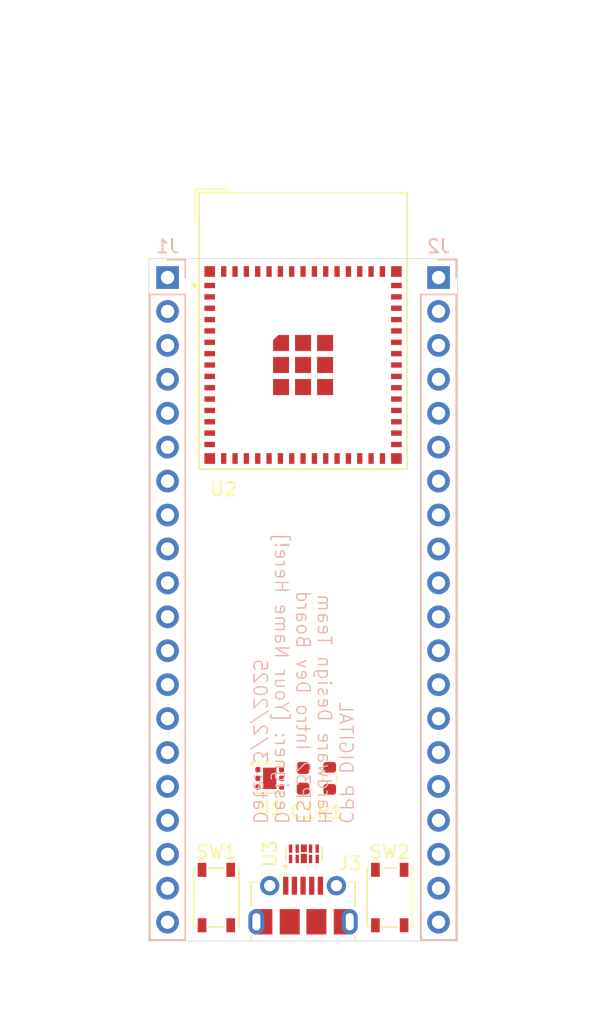
<source format=kicad_pcb>
(kicad_pcb (version 20240108) (generator "pcbnew") (generator_version "8.0")
  (layers (0 "F.Cu" signal) (1 "In1.Cu" signal) (2 "In2.Cu" signal) (31 "B.Cu" signal) (34 "B.Paste" user) (35 "F.Paste" user) (36 "B.SilkS" user "B.Silkscreen") (37 "F.SilkS" user "F.Silkscreen") (38 "B.Mask" user) (39 "F.Mask" user) (44 "Edge.Cuts" user))
  (net 0 "")
  (net 45 "Net-(U3-VSS-Pad3)")
  (net 54 "Net-(U1-GND-Pad3)")
  (net 59 "GND")
  (footprint "Capacitor_SMD:C_0603_1608Metric" (layer "F.Cu") (at 120 110.5 -90)
    (property "Reference" "C1" (at 2.5 0 180) (layer "F.SilkS"))
    (property "Value" "C")
    (fp_line (start -0.14058 0.51) (end 0.14058 0.51) (stroke (width 0.12)) (layer "F.SilkS"))
    (fp_line (start -0.14058 -0.51) (end 0.14058 -0.51) (stroke (width 0.12)) (layer "F.SilkS"))
    (pad "1" smd roundrect (at -0.775 0 270) (size 0.9 0.95) (layers "F.Cu" "F.Paste" "F.Mask"))
    (pad "2" smd roundrect (at 0.775 0 270) (size 0.9 0.95) (layers "F.Cu" "F.Paste" "F.Mask"))
  )
  (footprint "RF_Module:ESP32-S2-MINI-1" (layer "F.Cu") (at 120 77.0075)
    (property "Reference" "U2" (at -5.95 11.85 0) (layer "F.SilkS"))
    (property "Value" "ESP32-S3-MINI-1")
    (fp_line (start -8.075 -10.6) (end -8.075 -8.15) (stroke (width 0.12)) (layer "F.SilkS"))
    (fp_line (start -8.075 -10.6) (end -5.625 -10.6) (stroke (width 0.12)) (layer "F.SilkS"))
    (fp_line (start -7.8 -10.35) (end 7.8 -10.35) (stroke (width 0.12)) (layer "F.SilkS"))
    (fp_line (start -7.8 10.35) (end -7.8 -10.35) (stroke (width 0.12)) (layer "F.SilkS"))
    (fp_line (start 7.8 -10.35) (end 7.8 10.35) (stroke (width 0.12)) (layer "F.SilkS"))
    (fp_line (start 7.8 10.35) (end -7.8 10.35) (stroke (width 0.12)) (layer "F.SilkS"))
    (fp_poly (pts (xy -7.975 -3.4) (xy -8.311 -3.16) (xy -8.311 -3.64) (xy -7.975 -3.4)) (stroke (width 0.12)) (fill solid) (layer "F.SilkS"))
    (pad "1" smd rect (at -7 -3.4) (size 0.8 0.4) (layers "F.Cu" "F.Paste" "F.Mask") (net 59 "GND"))
    (pad "2" smd rect (at -7 -2.55) (size 0.8 0.4) (layers "F.Cu" "F.Paste" "F.Mask") (net 59 "GND"))
    (pad "3" smd rect (at -7 -1.7) (size 0.8 0.4) (layers "F.Cu" "F.Paste" "F.Mask"))
    (pad "4" smd rect (at -7 -0.85) (size 0.8 0.4) (layers "F.Cu" "F.Paste" "F.Mask"))
    (pad "5" smd rect (at -7 0) (size 0.8 0.4) (layers "F.Cu" "F.Paste" "F.Mask"))
    (pad "6" smd rect (at -7 0.85) (size 0.8 0.4) (layers "F.Cu" "F.Paste" "F.Mask"))
    (pad "7" smd rect (at -7 1.7) (size 0.8 0.4) (layers "F.Cu" "F.Paste" "F.Mask"))
    (pad "8" smd rect (at -7 2.55) (size 0.8 0.4) (layers "F.Cu" "F.Paste" "F.Mask"))
    (pad "9" smd rect (at -7 3.4) (size 0.8 0.4) (layers "F.Cu" "F.Paste" "F.Mask"))
    (pad "10" smd rect (at -7 4.25) (size 0.8 0.4) (layers "F.Cu" "F.Paste" "F.Mask"))
    (pad "11" smd rect (at -7 5.1) (size 0.8 0.4) (layers "F.Cu" "F.Paste" "F.Mask"))
    (pad "12" smd rect (at -7 5.95) (size 0.8 0.4) (layers "F.Cu" "F.Paste" "F.Mask"))
    (pad "13" smd rect (at -7 6.8) (size 0.8 0.4) (layers "F.Cu" "F.Paste" "F.Mask"))
    (pad "14" smd rect (at -7 7.65) (size 0.8 0.4) (layers "F.Cu" "F.Paste" "F.Mask"))
    (pad "15" smd rect (at -7 8.5) (size 0.8 0.4) (layers "F.Cu" "F.Paste" "F.Mask"))
    (pad "16" smd rect (at -5.95 9.55 90) (size 0.8 0.4) (layers "F.Cu" "F.Paste" "F.Mask"))
    (pad "17" smd rect (at -5.1 9.55 90) (size 0.8 0.4) (layers "F.Cu" "F.Paste" "F.Mask"))
    (pad "18" smd rect (at -4.25 9.55 90) (size 0.8 0.4) (layers "F.Cu" "F.Paste" "F.Mask"))
    (pad "19" smd rect (at -3.4 9.55 90) (size 0.8 0.4) (layers "F.Cu" "F.Paste" "F.Mask"))
    (pad "20" smd rect (at -2.55 9.55 90) (size 0.8 0.4) (layers "F.Cu" "F.Paste" "F.Mask"))
    (pad "21" smd rect (at -1.7 9.55 90) (size 0.8 0.4) (layers "F.Cu" "F.Paste" "F.Mask"))
    (pad "22" smd rect (at -0.85 9.55 90) (size 0.8 0.4) (layers "F.Cu" "F.Paste" "F.Mask"))
    (pad "23" smd rect (at 0 9.55 90) (size 0.8 0.4) (layers "F.Cu" "F.Paste" "F.Mask"))
    (pad "24" smd rect (at 0.85 9.55 90) (size 0.8 0.4) (layers "F.Cu" "F.Paste" "F.Mask"))
    (pad "25" smd rect (at 1.7 9.55 90) (size 0.8 0.4) (layers "F.Cu" "F.Paste" "F.Mask"))
    (pad "26" smd rect (at 2.55 9.55 90) (size 0.8 0.4) (layers "F.Cu" "F.Paste" "F.Mask"))
    (pad "27" smd rect (at 3.4 9.55 90) (size 0.8 0.4) (layers "F.Cu" "F.Paste" "F.Mask"))
    (pad "28" smd rect (at 4.25 9.55 90) (size 0.8 0.4) (layers "F.Cu" "F.Paste" "F.Mask"))
    (pad "29" smd rect (at 5.1 9.55 90) (size 0.8 0.4) (layers "F.Cu" "F.Paste" "F.Mask"))
    (pad "30" smd rect (at 5.95 9.55 90) (size 0.8 0.4) (layers "F.Cu" "F.Paste" "F.Mask"))
    (pad "31" smd rect (at 7 8.5) (size 0.8 0.4) (layers "F.Cu" "F.Paste" "F.Mask"))
    (pad "32" smd rect (at 7 7.65) (size 0.8 0.4) (layers "F.Cu" "F.Paste" "F.Mask"))
    (pad "33" smd rect (at 7 6.8) (size 0.8 0.4) (layers "F.Cu" "F.Paste" "F.Mask"))
    (pad "34" smd rect (at 7 5.95) (size 0.8 0.4) (layers "F.Cu" "F.Paste" "F.Mask"))
    (pad "35" smd rect (at 7 5.1) (size 0.8 0.4) (layers "F.Cu" "F.Paste" "F.Mask"))
    (pad "36" smd rect (at 7 4.25) (size 0.8 0.4) (layers "F.Cu" "F.Paste" "F.Mask"))
    (pad "37" smd rect (at 7 3.4) (size 0.8 0.4) (layers "F.Cu" "F.Paste" "F.Mask"))
    (pad "38" smd rect (at 7 2.55) (size 0.8 0.4) (layers "F.Cu" "F.Paste" "F.Mask"))
    (pad "39" smd rect (at 7 1.7) (size 0.8 0.4) (layers "F.Cu" "F.Paste" "F.Mask"))
    (pad "40" smd rect (at 7 0.85) (size 0.8 0.4) (layers "F.Cu" "F.Paste" "F.Mask"))
    (pad "41" smd rect (at 7 0) (size 0.8 0.4) (layers "F.Cu" "F.Paste" "F.Mask"))
    (pad "42" smd rect (at 7 -0.85) (size 0.8 0.4) (layers "F.Cu" "F.Paste" "F.Mask") (net 59 "GND"))
    (pad "43" smd rect (at 7 -1.7) (size 0.8 0.4) (layers "F.Cu" "F.Paste" "F.Mask") (net 59 "GND"))
    (pad "44" smd rect (at 7 -2.55) (size 0.8 0.4) (layers "F.Cu" "F.Paste" "F.Mask"))
    (pad "45" smd rect (at 7 -3.4) (size 0.8 0.4) (layers "F.Cu" "F.Paste" "F.Mask"))
    (pad "46" smd rect (at 5.95 -4.45 90) (size 0.8 0.4) (layers "F.Cu" "F.Paste" "F.Mask") (net 59 "GND"))
    (pad "47" smd rect (at 5.1 -4.45 90) (size 0.8 0.4) (layers "F.Cu" "F.Paste" "F.Mask") (net 59 "GND"))
    (pad "48" smd rect (at 4.25 -4.45 90) (size 0.8 0.4) (layers "F.Cu" "F.Paste" "F.Mask") (net 59 "GND"))
    (pad "49" smd rect (at 3.4 -4.45 90) (size 0.8 0.4) (layers "F.Cu" "F.Paste" "F.Mask") (net 59 "GND"))
    (pad "50" smd rect (at 2.55 -4.45 90) (size 0.8 0.4) (layers "F.Cu" "F.Paste" "F.Mask") (net 59 "GND"))
    (pad "51" smd rect (at 1.7 -4.45 90) (size 0.8 0.4) (layers "F.Cu" "F.Paste" "F.Mask") (net 59 "GND"))
    (pad "52" smd rect (at 0.85 -4.45 90) (size 0.8 0.4) (layers "F.Cu" "F.Paste" "F.Mask") (net 59 "GND"))
    (pad "53" smd rect (at 0 -4.45 90) (size 0.8 0.4) (layers "F.Cu" "F.Paste" "F.Mask") (net 59 "GND"))
    (pad "54" smd rect (at -0.85 -4.45 90) (size 0.8 0.4) (layers "F.Cu" "F.Paste" "F.Mask") (net 59 "GND"))
    (pad "55" smd rect (at -1.7 -4.45 90) (size 0.8 0.4) (layers "F.Cu" "F.Paste" "F.Mask") (net 59 "GND"))
    (pad "56" smd rect (at -2.55 -4.45 90) (size 0.8 0.4) (layers "F.Cu" "F.Paste" "F.Mask") (net 59 "GND"))
    (pad "57" smd rect (at -3.4 -4.45 90) (size 0.8 0.4) (layers "F.Cu" "F.Paste" "F.Mask") (net 59 "GND"))
    (pad "58" smd rect (at -4.25 -4.45 90) (size 0.8 0.4) (layers "F.Cu" "F.Paste" "F.Mask") (net 59 "GND"))
    (pad "59" smd rect (at -5.1 -4.45 90) (size 0.8 0.4) (layers "F.Cu" "F.Paste" "F.Mask") (net 59 "GND"))
    (pad "60" smd rect (at -5.95 -4.45 90) (size 0.8 0.4) (layers "F.Cu" "F.Paste" "F.Mask") (net 59 "GND"))
    (pad "61" smd roundrect (at -1.65 0.9) (size 1.2 1.2) (property pad_prop_heatsink) (layers "F.Cu" "F.Paste" "F.Mask") (roundrect_rratio 0) (chamfer_ratio 0.33) (chamfer top_left) (net 59 "GND"))
    (pad "61" smd rect (at -1.65 2.55) (size 1.2 1.2) (property pad_prop_heatsink) (layers "F.Cu" "F.Paste" "F.Mask") (net 59 "GND"))
    (pad "61" smd rect (at -1.65 4.2) (size 1.2 1.2) (property pad_prop_heatsink) (layers "F.Cu" "F.Paste" "F.Mask") (net 59 "GND"))
    (pad "61" smd rect (at 0 0.9) (size 1.2 1.2) (property pad_prop_heatsink) (layers "F.Cu" "F.Paste" "F.Mask") (net 59 "GND"))
    (pad "61" smd rect (at 0 2.55) (size 1.2 1.2) (property pad_prop_heatsink) (layers "F.Cu" "F.Paste" "F.Mask") (net 59 "GND"))
    (pad "61" smd rect (at 0 4.2) (size 1.2 1.2) (property pad_prop_heatsink) (layers "F.Cu" "F.Paste" "F.Mask") (net 59 "GND"))
    (pad "61" smd rect (at 1.65 0.9) (size 1.2 1.2) (property pad_prop_heatsink) (layers "F.Cu" "F.Paste" "F.Mask") (net 59 "GND"))
    (pad "61" smd rect (at 1.65 2.55) (size 1.2 1.2) (property pad_prop_heatsink) (layers "F.Cu" "F.Paste" "F.Mask") (net 59 "GND"))
    (pad "61" smd rect (at 1.65 4.2) (size 1.2 1.2) (property pad_prop_heatsink) (layers "F.Cu" "F.Paste" "F.Mask") (net 59 "GND"))
    (pad "62" smd rect (at -7 -4.45) (size 0.8 0.8) (layers "F.Cu" "F.Paste" "F.Mask") (net 59 "GND"))
    (pad "63" smd rect (at -7 9.55) (size 0.8 0.8) (layers "F.Cu" "F.Paste" "F.Mask") (net 59 "GND"))
    (pad "64" smd rect (at 7 9.55) (size 0.8 0.8) (layers "F.Cu" "F.Paste" "F.Mask") (net 59 "GND"))
    (pad "65" smd rect (at 7 -4.45) (size 0.8 0.8) (layers "F.Cu" "F.Paste" "F.Mask") (net 59 "GND"))
  )
  (footprint "Package_SON:WSON-6-1EP_2x2mm_P0.65mm_EP1x1.6mm" (layer "F.Cu") (at 117.5 110.5)
    (property "Reference" "U1" (at 0 2.225 0) (layer "F.SilkS"))
    (property "Value" "TLV75801PDRV")
    (fp_line (start -1 -1.11) (end 1 -1.11) (stroke (width 0.12)) (layer "F.SilkS"))
    (fp_line (start -1 1.11) (end 1 1.11) (stroke (width 0.12)) (layer "F.SilkS"))
    (fp_poly (pts (xy -1.24 -1.01) (xy -1.52 -1.01) (xy -1.24 -1.29) (xy -1.24 -1.01)) (stroke (width 0.12)) (fill solid) (layer "F.SilkS"))
    (pad "1" smd roundrect (at -0.8875 -0.65) (size 0.375 0.4) (layers "F.Cu" "F.Paste" "F.Mask"))
    (pad "2" smd roundrect (at -0.8875 0) (size 0.375 0.4) (layers "F.Cu" "F.Paste" "F.Mask"))
    (pad "3" smd roundrect (at -0.8875 0.65) (size 0.375 0.4) (layers "F.Cu" "F.Paste" "F.Mask") (net 54 "Net-(U1-GND-Pad3)"))
    (pad "4" smd roundrect (at 0.8875 0.65) (size 0.375 0.4) (layers "F.Cu" "F.Paste" "F.Mask"))
    (pad "5" smd roundrect (at 0.8875 0) (size 0.375 0.4) (layers "F.Cu" "F.Paste" "F.Mask"))
    (pad "6" smd roundrect (at 0.8875 -0.65) (size 0.375 0.4) (layers "F.Cu" "F.Paste" "F.Mask"))
    (pad "7" smd rect (at 0 0) (size 1 1.6) (property pad_prop_heatsink) (layers "F.Cu" "F.Mask") (net 54 "Net-(U1-GND-Pad3)"))
  )
  (footprint "Resistor_SMD:R_0603_1608Metric" (layer "F.Cu") (at 122 110.5 90)
    (property "Reference" "R1" (at -2.5 0 180) (layer "F.SilkS"))
    (property "Value" "R")
    (fp_line (start -0.237258 -0.5225) (end 0.237258 -0.5225) (stroke (width 0.12)) (layer "F.SilkS"))
    (fp_line (start -0.237258 0.5225) (end 0.237258 0.5225) (stroke (width 0.12)) (layer "F.SilkS"))
    (pad "1" smd roundrect (at -0.825 0 90) (size 0.8 0.95) (layers "F.Cu" "F.Paste" "F.Mask"))
    (pad "2" smd roundrect (at 0.825 0 90) (size 0.8 0.95) (layers "F.Cu" "F.Paste" "F.Mask"))
  )
  (footprint "Button_Switch_SMD:SW_SPST_PTS810" (layer "F.Cu") (at 113.5 119.425 90)
    (property "Reference" "SW1" (at 3.425 0 180) (layer "F.SilkS"))
    (property "Value" "SW_MEC_5E")
    (fp_line (start 2.2 -1.7) (end -2.2 -1.7) (stroke (width 0.12)) (layer "F.SilkS"))
    (fp_line (start -2.2 -1.7) (end -2.2 -1.58) (stroke (width 0.12)) (layer "F.SilkS"))
    (fp_line (start 2.2 -1.58) (end 2.2 -1.7) (stroke (width 0.12)) (layer "F.SilkS"))
    (fp_line (start -2.2 -0.57) (end -2.2 0.57) (stroke (width 0.12)) (layer "F.SilkS"))
    (fp_line (start 2.2 0.57) (end 2.2 -0.57) (stroke (width 0.12)) (layer "F.SilkS"))
    (fp_line (start -2.2 1.58) (end -2.2 1.7) (stroke (width 0.12)) (layer "F.SilkS"))
    (fp_line (start 2.2 1.7) (end 2.2 1.58) (stroke (width 0.12)) (layer "F.SilkS"))
    (fp_line (start -2.2 1.7) (end 2.2 1.7) (stroke (width 0.12)) (layer "F.SilkS"))
    (pad "1" smd rect (at -2.075 -1.075 90) (size 1.05 0.65) (layers "F.Cu" "F.Paste" "F.Mask"))
    (pad "2" smd rect (at 2.075 -1.075 90) (size 1.05 0.65) (layers "F.Cu" "F.Paste" "F.Mask"))
    (pad "3" smd rect (at -2.075 1.075 90) (size 1.05 0.65) (layers "F.Cu" "F.Paste" "F.Mask"))
    (pad "4" smd rect (at 2.075 1.075 90) (size 1.05 0.65) (layers "F.Cu" "F.Paste" "F.Mask"))
  )
  (footprint "Package_DFN_QFN:Diodes_UDFN-10_1.0x2.5mm_P0.5mm" (layer "F.Cu") (at 120.0625 116.15 90)
    (property "Reference" "U3" (at 0 -2.54 90) (layer "F.SilkS"))
    (property "Value" "D3V3XA4B10LP")
    (fp_line (start 0.5 -1.36) (end -0.5 -1.36) (stroke (width 0.12)) (layer "F.SilkS"))
    (fp_line (start 0.5 1.36) (end -0.5 1.36) (stroke (width 0.12)) (layer "F.SilkS"))
    (fp_poly (pts (xy -0.89 -1.31) (xy -1.17 -1.31) (xy -0.89 -1.59) (xy -0.89 -1.31)) (stroke (width 0.12)) (fill solid) (layer "F.SilkS"))
    (pad "1" smd rect (at -0.3875 -1) (size 0.25 0.625) (layers "F.Cu" "F.Paste" "F.Mask"))
    (pad "2" smd rect (at -0.3875 -0.5) (size 0.25 0.625) (layers "F.Cu" "F.Paste" "F.Mask"))
    (pad "3" smd rect (at -0.35 0) (size 0.45 0.7) (layers "F.Cu" "F.Paste" "F.Mask") (net 45 "Net-(U3-VSS-Pad3)"))
    (pad "4" smd rect (at -0.3875 0.5) (size 0.25 0.625) (layers "F.Cu" "F.Paste" "F.Mask"))
    (pad "5" smd rect (at -0.3875 1) (size 0.25 0.625) (layers "F.Cu" "F.Paste" "F.Mask"))
    (pad "6" smd rect (at 0.3875 1) (size 0.25 0.625) (layers "F.Cu" "F.Paste" "F.Mask"))
    (pad "7" smd rect (at 0.3875 0.5) (size 0.25 0.625) (layers "F.Cu" "F.Paste" "F.Mask"))
    (pad "8" smd rect (at 0.4125 0) (size 0.45 0.575) (layers "F.Cu" "F.Paste" "F.Mask") (net 45 "Net-(U3-VSS-Pad3)"))
    (pad "9" smd rect (at 0.3875 -0.5) (size 0.25 0.625) (layers "F.Cu" "F.Paste" "F.Mask"))
    (pad "10" smd rect (at 0.3875 -1) (size 0.25 0.625) (layers "F.Cu" "F.Paste" "F.Mask"))
  )
  (footprint "Button_Switch_SMD:SW_SPST_PTS810" (layer "F.Cu") (at 126.5 119.425 90)
    (property "Reference" "SW2" (at 3.425 0 180) (layer "F.SilkS"))
    (property "Value" "SW_MEC_5E")
    (fp_line (start 2.2 -1.7) (end -2.2 -1.7) (stroke (width 0.12)) (layer "F.SilkS"))
    (fp_line (start -2.2 -1.7) (end -2.2 -1.58) (stroke (width 0.12)) (layer "F.SilkS"))
    (fp_line (start 2.2 -1.58) (end 2.2 -1.7) (stroke (width 0.12)) (layer "F.SilkS"))
    (fp_line (start -2.2 -0.57) (end -2.2 0.57) (stroke (width 0.12)) (layer "F.SilkS"))
    (fp_line (start 2.2 0.57) (end 2.2 -0.57) (stroke (width 0.12)) (layer "F.SilkS"))
    (fp_line (start -2.2 1.58) (end -2.2 1.7) (stroke (width 0.12)) (layer "F.SilkS"))
    (fp_line (start 2.2 1.7) (end 2.2 1.58) (stroke (width 0.12)) (layer "F.SilkS"))
    (fp_line (start -2.2 1.7) (end 2.2 1.7) (stroke (width 0.12)) (layer "F.SilkS"))
    (pad "1" smd rect (at -2.075 -1.075 90) (size 1.05 0.65) (layers "F.Cu" "F.Paste" "F.Mask"))
    (pad "2" smd rect (at 2.075 -1.075 90) (size 1.05 0.65) (layers "F.Cu" "F.Paste" "F.Mask"))
    (pad "3" smd rect (at -2.075 1.075 90) (size 1.05 0.65) (layers "F.Cu" "F.Paste" "F.Mask"))
    (pad "4" smd rect (at 2.075 1.075 90) (size 1.05 0.65) (layers "F.Cu" "F.Paste" "F.Mask"))
  )
  (footprint "Connector_USB:USB_Micro-B_Molex-105017-0001" (layer "F.Cu") (at 120 120)
    (property "Reference" "J3" (at 3.5 -3.1125 0) (layer "F.SilkS"))
    (property "Value" "USB_B_Micro")
    (fp_line (start -3.9 -1.7625) (end -3.45 -1.7625) (stroke (width 0.12)) (layer "F.SilkS"))
    (fp_line (start -3.9 0.0875) (end -3.9 -1.7625) (stroke (width 0.12)) (layer "F.SilkS"))
    (fp_line (start -3.9 2.6375) (end -3.9 2.3875) (stroke (width 0.12)) (layer "F.SilkS"))
    (fp_line (start -1.7 -2.3125) (end -1.7 -1.8625) (stroke (width 0.12)) (layer "F.SilkS"))
    (fp_line (start -1.7 -2.3125) (end -1.25 -2.3125) (stroke (width 0.12)) (layer "F.SilkS"))
    (fp_line (start 3.9 -1.7625) (end 3.45 -1.7625) (stroke (width 0.12)) (layer "F.SilkS"))
    (fp_line (start 3.9 0.0875) (end 3.9 -1.7625) (stroke (width 0.12)) (layer "F.SilkS"))
    (fp_line (start 3.9 2.6375) (end 3.9 2.3875) (stroke (width 0.12)) (layer "F.SilkS"))
    (pad "1" smd rect (at -1.3 -1.4625) (size 0.4 1.35) (layers "F.Cu" "F.Paste" "F.Mask"))
    (pad "2" smd rect (at -0.65 -1.4625) (size 0.4 1.35) (layers "F.Cu" "F.Paste" "F.Mask"))
    (pad "3" smd rect (at 0 -1.4625) (size 0.4 1.35) (layers "F.Cu" "F.Paste" "F.Mask"))
    (pad "4" smd rect (at 0.65 -1.4625) (size 0.4 1.35) (layers "F.Cu" "F.Paste" "F.Mask"))
    (pad "5" smd rect (at 1.3 -1.4625) (size 0.4 1.35) (layers "F.Cu" "F.Paste" "F.Mask"))
    (pad "6" thru_hole oval (at -3.5 1.2375 180) (size 1.2 1.9) (drill oval 0.6 1.3) (property pad_prop_heatsink) (layers "*.Cu" "*.Mask" "In1.Cu" "In2.Cu" "In3.Cu" "In4.Cu" "In5.Cu" "In6.Cu" "In7.Cu" "In8.Cu" "In9.Cu" "In10.Cu" "In11.Cu" "In12.Cu" "In13.Cu" "In14.Cu" "In15.Cu" "In16.Cu" "In17.Cu" "In18.Cu" "In19.Cu" "In20.Cu" "In21.Cu" "In22.Cu" "In23.Cu" "In24.Cu" "In25.Cu" "In26.Cu" "In27.Cu" "In28.Cu" "In29.Cu" "In30.Cu"))
    (pad "6" smd rect (at -2.9 1.2375) (size 1.2 1.9) (layers "F.Cu" "F.Mask"))
    (pad "6" thru_hole circle (at -2.5 -1.4625) (size 1.45 1.45) (drill 0.85) (property pad_prop_heatsink) (layers "*.Cu" "*.Mask" "In1.Cu" "In2.Cu" "In3.Cu" "In4.Cu" "In5.Cu" "In6.Cu" "In7.Cu" "In8.Cu" "In9.Cu" "In10.Cu" "In11.Cu" "In12.Cu" "In13.Cu" "In14.Cu" "In15.Cu" "In16.Cu" "In17.Cu" "In18.Cu" "In19.Cu" "In20.Cu" "In21.Cu" "In22.Cu" "In23.Cu" "In24.Cu" "In25.Cu" "In26.Cu" "In27.Cu" "In28.Cu" "In29.Cu" "In30.Cu"))
    (pad "6" smd rect (at -1 1.2375) (size 1.5 1.9) (layers "F.Cu" "F.Paste" "F.Mask"))
    (pad "6" smd rect (at 1 1.2375) (size 1.5 1.9) (layers "F.Cu" "F.Paste" "F.Mask"))
    (pad "6" thru_hole circle (at 2.5 -1.4625) (size 1.45 1.45) (drill 0.85) (property pad_prop_heatsink) (layers "*.Cu" "*.Mask" "In1.Cu" "In2.Cu" "In3.Cu" "In4.Cu" "In5.Cu" "In6.Cu" "In7.Cu" "In8.Cu" "In9.Cu" "In10.Cu" "In11.Cu" "In12.Cu" "In13.Cu" "In14.Cu" "In15.Cu" "In16.Cu" "In17.Cu" "In18.Cu" "In19.Cu" "In20.Cu" "In21.Cu" "In22.Cu" "In23.Cu" "In24.Cu" "In25.Cu" "In26.Cu" "In27.Cu" "In28.Cu" "In29.Cu" "In30.Cu"))
    (pad "6" smd rect (at 2.9 1.2375) (size 1.2 1.9) (layers "F.Cu" "F.Mask"))
    (pad "6" thru_hole oval (at 3.5 1.2375) (size 1.2 1.9) (drill oval 0.6 1.3) (property pad_prop_heatsink) (layers "*.Cu" "*.Mask" "In1.Cu" "In2.Cu" "In3.Cu" "In4.Cu" "In5.Cu" "In6.Cu" "In7.Cu" "In8.Cu" "In9.Cu" "In10.Cu" "In11.Cu" "In12.Cu" "In13.Cu" "In14.Cu" "In15.Cu" "In16.Cu" "In17.Cu" "In18.Cu" "In19.Cu" "In20.Cu" "In21.Cu" "In22.Cu" "In23.Cu" "In24.Cu" "In25.Cu" "In26.Cu" "In27.Cu" "In28.Cu" "In29.Cu" "In30.Cu"))
  )
  (footprint "Connector_PinHeader_2.54mm:PinHeader_1x20_P2.54mm_Vertical" (layer "B.Cu") (at 109.84 73.0075 180)
    (property "Reference" "J1" (at 0 2.33 0) (layer "B.SilkS") (effects (justify mirror)))
    (property "Value" "Conn_01x20_Pin")
    (fp_line (start 1.33 -1.27) (end -1.33 -1.27) (stroke (width 0.12)) (layer "B.SilkS"))
    (fp_line (start 1.33 -49.59) (end 1.33 -1.27) (stroke (width 0.12)) (layer "B.SilkS"))
    (fp_line (start 1.33 -49.59) (end -1.33 -49.59) (stroke (width 0.12)) (layer "B.SilkS"))
    (fp_line (start 0 1.33) (end -1.33 1.33) (stroke (width 0.12)) (layer "B.SilkS"))
    (fp_line (start -1.33 1.33) (end -1.33 0) (stroke (width 0.12)) (layer "B.SilkS"))
    (fp_line (start -1.33 -49.59) (end -1.33 -1.27) (stroke (width 0.12)) (layer "B.SilkS"))
    (pad "1" thru_hole rect (at 0 0 180) (size 1.7 1.7) (drill 1) (layers "*.Cu" "*.Mask" "In1.Cu" "In2.Cu" "In3.Cu" "In4.Cu" "In5.Cu" "In6.Cu" "In7.Cu" "In8.Cu" "In9.Cu" "In10.Cu" "In11.Cu" "In12.Cu" "In13.Cu" "In14.Cu" "In15.Cu" "In16.Cu" "In17.Cu" "In18.Cu" "In19.Cu" "In20.Cu" "In21.Cu" "In22.Cu" "In23.Cu" "In24.Cu" "In25.Cu" "In26.Cu" "In27.Cu" "In28.Cu" "In29.Cu" "In30.Cu"))
    (pad "2" thru_hole oval (at 0 -2.54 180) (size 1.7 1.7) (drill 1) (layers "*.Cu" "*.Mask" "In1.Cu" "In2.Cu" "In3.Cu" "In4.Cu" "In5.Cu" "In6.Cu" "In7.Cu" "In8.Cu" "In9.Cu" "In10.Cu" "In11.Cu" "In12.Cu" "In13.Cu" "In14.Cu" "In15.Cu" "In16.Cu" "In17.Cu" "In18.Cu" "In19.Cu" "In20.Cu" "In21.Cu" "In22.Cu" "In23.Cu" "In24.Cu" "In25.Cu" "In26.Cu" "In27.Cu" "In28.Cu" "In29.Cu" "In30.Cu"))
    (pad "3" thru_hole oval (at 0 -5.08 180) (size 1.7 1.7) (drill 1) (layers "*.Cu" "*.Mask" "In1.Cu" "In2.Cu" "In3.Cu" "In4.Cu" "In5.Cu" "In6.Cu" "In7.Cu" "In8.Cu" "In9.Cu" "In10.Cu" "In11.Cu" "In12.Cu" "In13.Cu" "In14.Cu" "In15.Cu" "In16.Cu" "In17.Cu" "In18.Cu" "In19.Cu" "In20.Cu" "In21.Cu" "In22.Cu" "In23.Cu" "In24.Cu" "In25.Cu" "In26.Cu" "In27.Cu" "In28.Cu" "In29.Cu" "In30.Cu"))
    (pad "4" thru_hole oval (at 0 -7.62 180) (size 1.7 1.7) (drill 1) (layers "*.Cu" "*.Mask" "In1.Cu" "In2.Cu" "In3.Cu" "In4.Cu" "In5.Cu" "In6.Cu" "In7.Cu" "In8.Cu" "In9.Cu" "In10.Cu" "In11.Cu" "In12.Cu" "In13.Cu" "In14.Cu" "In15.Cu" "In16.Cu" "In17.Cu" "In18.Cu" "In19.Cu" "In20.Cu" "In21.Cu" "In22.Cu" "In23.Cu" "In24.Cu" "In25.Cu" "In26.Cu" "In27.Cu" "In28.Cu" "In29.Cu" "In30.Cu"))
    (pad "5" thru_hole oval (at 0 -10.16 180) (size 1.7 1.7) (drill 1) (layers "*.Cu" "*.Mask" "In1.Cu" "In2.Cu" "In3.Cu" "In4.Cu" "In5.Cu" "In6.Cu" "In7.Cu" "In8.Cu" "In9.Cu" "In10.Cu" "In11.Cu" "In12.Cu" "In13.Cu" "In14.Cu" "In15.Cu" "In16.Cu" "In17.Cu" "In18.Cu" "In19.Cu" "In20.Cu" "In21.Cu" "In22.Cu" "In23.Cu" "In24.Cu" "In25.Cu" "In26.Cu" "In27.Cu" "In28.Cu" "In29.Cu" "In30.Cu"))
    (pad "6" thru_hole oval (at 0 -12.7 180) (size 1.7 1.7) (drill 1) (layers "*.Cu" "*.Mask" "In1.Cu" "In2.Cu" "In3.Cu" "In4.Cu" "In5.Cu" "In6.Cu" "In7.Cu" "In8.Cu" "In9.Cu" "In10.Cu" "In11.Cu" "In12.Cu" "In13.Cu" "In14.Cu" "In15.Cu" "In16.Cu" "In17.Cu" "In18.Cu" "In19.Cu" "In20.Cu" "In21.Cu" "In22.Cu" "In23.Cu" "In24.Cu" "In25.Cu" "In26.Cu" "In27.Cu" "In28.Cu" "In29.Cu" "In30.Cu"))
    (pad "7" thru_hole oval (at 0 -15.24 180) (size 1.7 1.7) (drill 1) (layers "*.Cu" "*.Mask" "In1.Cu" "In2.Cu" "In3.Cu" "In4.Cu" "In5.Cu" "In6.Cu" "In7.Cu" "In8.Cu" "In9.Cu" "In10.Cu" "In11.Cu" "In12.Cu" "In13.Cu" "In14.Cu" "In15.Cu" "In16.Cu" "In17.Cu" "In18.Cu" "In19.Cu" "In20.Cu" "In21.Cu" "In22.Cu" "In23.Cu" "In24.Cu" "In25.Cu" "In26.Cu" "In27.Cu" "In28.Cu" "In29.Cu" "In30.Cu"))
    (pad "8" thru_hole oval (at 0 -17.78 180) (size 1.7 1.7) (drill 1) (layers "*.Cu" "*.Mask" "In1.Cu" "In2.Cu" "In3.Cu" "In4.Cu" "In5.Cu" "In6.Cu" "In7.Cu" "In8.Cu" "In9.Cu" "In10.Cu" "In11.Cu" "In12.Cu" "In13.Cu" "In14.Cu" "In15.Cu" "In16.Cu" "In17.Cu" "In18.Cu" "In19.Cu" "In20.Cu" "In21.Cu" "In22.Cu" "In23.Cu" "In24.Cu" "In25.Cu" "In26.Cu" "In27.Cu" "In28.Cu" "In29.Cu" "In30.Cu"))
    (pad "9" thru_hole oval (at 0 -20.32 180) (size 1.7 1.7) (drill 1) (layers "*.Cu" "*.Mask" "In1.Cu" "In2.Cu" "In3.Cu" "In4.Cu" "In5.Cu" "In6.Cu" "In7.Cu" "In8.Cu" "In9.Cu" "In10.Cu" "In11.Cu" "In12.Cu" "In13.Cu" "In14.Cu" "In15.Cu" "In16.Cu" "In17.Cu" "In18.Cu" "In19.Cu" "In20.Cu" "In21.Cu" "In22.Cu" "In23.Cu" "In24.Cu" "In25.Cu" "In26.Cu" "In27.Cu" "In28.Cu" "In29.Cu" "In30.Cu"))
    (pad "10" thru_hole oval (at 0 -22.86 180) (size 1.7 1.7) (drill 1) (layers "*.Cu" "*.Mask" "In1.Cu" "In2.Cu" "In3.Cu" "In4.Cu" "In5.Cu" "In6.Cu" "In7.Cu" "In8.Cu" "In9.Cu" "In10.Cu" "In11.Cu" "In12.Cu" "In13.Cu" "In14.Cu" "In15.Cu" "In16.Cu" "In17.Cu" "In18.Cu" "In19.Cu" "In20.Cu" "In21.Cu" "In22.Cu" "In23.Cu" "In24.Cu" "In25.Cu" "In26.Cu" "In27.Cu" "In28.Cu" "In29.Cu" "In30.Cu"))
    (pad "11" thru_hole oval (at 0 -25.4 180) (size 1.7 1.7) (drill 1) (layers "*.Cu" "*.Mask" "In1.Cu" "In2.Cu" "In3.Cu" "In4.Cu" "In5.Cu" "In6.Cu" "In7.Cu" "In8.Cu" "In9.Cu" "In10.Cu" "In11.Cu" "In12.Cu" "In13.Cu" "In14.Cu" "In15.Cu" "In16.Cu" "In17.Cu" "In18.Cu" "In19.Cu" "In20.Cu" "In21.Cu" "In22.Cu" "In23.Cu" "In24.Cu" "In25.Cu" "In26.Cu" "In27.Cu" "In28.Cu" "In29.Cu" "In30.Cu"))
    (pad "12" thru_hole oval (at 0 -27.94 180) (size 1.7 1.7) (drill 1) (layers "*.Cu" "*.Mask" "In1.Cu" "In2.Cu" "In3.Cu" "In4.Cu" "In5.Cu" "In6.Cu" "In7.Cu" "In8.Cu" "In9.Cu" "In10.Cu" "In11.Cu" "In12.Cu" "In13.Cu" "In14.Cu" "In15.Cu" "In16.Cu" "In17.Cu" "In18.Cu" "In19.Cu" "In20.Cu" "In21.Cu" "In22.Cu" "In23.Cu" "In24.Cu" "In25.Cu" "In26.Cu" "In27.Cu" "In28.Cu" "In29.Cu" "In30.Cu"))
    (pad "13" thru_hole oval (at 0 -30.48 180) (size 1.7 1.7) (drill 1) (layers "*.Cu" "*.Mask" "In1.Cu" "In2.Cu" "In3.Cu" "In4.Cu" "In5.Cu" "In6.Cu" "In7.Cu" "In8.Cu" "In9.Cu" "In10.Cu" "In11.Cu" "In12.Cu" "In13.Cu" "In14.Cu" "In15.Cu" "In16.Cu" "In17.Cu" "In18.Cu" "In19.Cu" "In20.Cu" "In21.Cu" "In22.Cu" "In23.Cu" "In24.Cu" "In25.Cu" "In26.Cu" "In27.Cu" "In28.Cu" "In29.Cu" "In30.Cu"))
    (pad "14" thru_hole oval (at 0 -33.02 180) (size 1.7 1.7) (drill 1) (layers "*.Cu" "*.Mask" "In1.Cu" "In2.Cu" "In3.Cu" "In4.Cu" "In5.Cu" "In6.Cu" "In7.Cu" "In8.Cu" "In9.Cu" "In10.Cu" "In11.Cu" "In12.Cu" "In13.Cu" "In14.Cu" "In15.Cu" "In16.Cu" "In17.Cu" "In18.Cu" "In19.Cu" "In20.Cu" "In21.Cu" "In22.Cu" "In23.Cu" "In24.Cu" "In25.Cu" "In26.Cu" "In27.Cu" "In28.Cu" "In29.Cu" "In30.Cu"))
    (pad "15" thru_hole oval (at 0 -35.56 180) (size 1.7 1.7) (drill 1) (layers "*.Cu" "*.Mask" "In1.Cu" "In2.Cu" "In3.Cu" "In4.Cu" "In5.Cu" "In6.Cu" "In7.Cu" "In8.Cu" "In9.Cu" "In10.Cu" "In11.Cu" "In12.Cu" "In13.Cu" "In14.Cu" "In15.Cu" "In16.Cu" "In17.Cu" "In18.Cu" "In19.Cu" "In20.Cu" "In21.Cu" "In22.Cu" "In23.Cu" "In24.Cu" "In25.Cu" "In26.Cu" "In27.Cu" "In28.Cu" "In29.Cu" "In30.Cu"))
    (pad "16" thru_hole oval (at 0 -38.1 180) (size 1.7 1.7) (drill 1) (layers "*.Cu" "*.Mask" "In1.Cu" "In2.Cu" "In3.Cu" "In4.Cu" "In5.Cu" "In6.Cu" "In7.Cu" "In8.Cu" "In9.Cu" "In10.Cu" "In11.Cu" "In12.Cu" "In13.Cu" "In14.Cu" "In15.Cu" "In16.Cu" "In17.Cu" "In18.Cu" "In19.Cu" "In20.Cu" "In21.Cu" "In22.Cu" "In23.Cu" "In24.Cu" "In25.Cu" "In26.Cu" "In27.Cu" "In28.Cu" "In29.Cu" "In30.Cu"))
    (pad "17" thru_hole oval (at 0 -40.64 180) (size 1.7 1.7) (drill 1) (layers "*.Cu" "*.Mask" "In1.Cu" "In2.Cu" "In3.Cu" "In4.Cu" "In5.Cu" "In6.Cu" "In7.Cu" "In8.Cu" "In9.Cu" "In10.Cu" "In11.Cu" "In12.Cu" "In13.Cu" "In14.Cu" "In15.Cu" "In16.Cu" "In17.Cu" "In18.Cu" "In19.Cu" "In20.Cu" "In21.Cu" "In22.Cu" "In23.Cu" "In24.Cu" "In25.Cu" "In26.Cu" "In27.Cu" "In28.Cu" "In29.Cu" "In30.Cu"))
    (pad "18" thru_hole oval (at 0 -43.18 180) (size 1.7 1.7) (drill 1) (layers "*.Cu" "*.Mask" "In1.Cu" "In2.Cu" "In3.Cu" "In4.Cu" "In5.Cu" "In6.Cu" "In7.Cu" "In8.Cu" "In9.Cu" "In10.Cu" "In11.Cu" "In12.Cu" "In13.Cu" "In14.Cu" "In15.Cu" "In16.Cu" "In17.Cu" "In18.Cu" "In19.Cu" "In20.Cu" "In21.Cu" "In22.Cu" "In23.Cu" "In24.Cu" "In25.Cu" "In26.Cu" "In27.Cu" "In28.Cu" "In29.Cu" "In30.Cu"))
    (pad "19" thru_hole oval (at 0 -45.72 180) (size 1.7 1.7) (drill 1) (layers "*.Cu" "*.Mask" "In1.Cu" "In2.Cu" "In3.Cu" "In4.Cu" "In5.Cu" "In6.Cu" "In7.Cu" "In8.Cu" "In9.Cu" "In10.Cu" "In11.Cu" "In12.Cu" "In13.Cu" "In14.Cu" "In15.Cu" "In16.Cu" "In17.Cu" "In18.Cu" "In19.Cu" "In20.Cu" "In21.Cu" "In22.Cu" "In23.Cu" "In24.Cu" "In25.Cu" "In26.Cu" "In27.Cu" "In28.Cu" "In29.Cu" "In30.Cu"))
    (pad "20" thru_hole oval (at 0 -48.26 180) (size 1.7 1.7) (drill 1) (layers "*.Cu" "*.Mask" "In1.Cu" "In2.Cu" "In3.Cu" "In4.Cu" "In5.Cu" "In6.Cu" "In7.Cu" "In8.Cu" "In9.Cu" "In10.Cu" "In11.Cu" "In12.Cu" "In13.Cu" "In14.Cu" "In15.Cu" "In16.Cu" "In17.Cu" "In18.Cu" "In19.Cu" "In20.Cu" "In21.Cu" "In22.Cu" "In23.Cu" "In24.Cu" "In25.Cu" "In26.Cu" "In27.Cu" "In28.Cu" "In29.Cu" "In30.Cu"))
  )
  (footprint "Connector_PinHeader_2.54mm:PinHeader_1x20_P2.54mm_Vertical" (layer "B.Cu") (at 130.16 73.0075 180)
    (property "Reference" "J2" (at 0 2.33 0) (layer "B.SilkS") (effects (justify mirror)))
    (property "Value" "Conn_01x20_Pin")
    (fp_line (start 1.33 -1.27) (end -1.33 -1.27) (stroke (width 0.12)) (layer "B.SilkS"))
    (fp_line (start 1.33 -49.59) (end 1.33 -1.27) (stroke (width 0.12)) (layer "B.SilkS"))
    (fp_line (start 1.33 -49.59) (end -1.33 -49.59) (stroke (width 0.12)) (layer "B.SilkS"))
    (fp_line (start 0 1.33) (end -1.33 1.33) (stroke (width 0.12)) (layer "B.SilkS"))
    (fp_line (start -1.33 1.33) (end -1.33 0) (stroke (width 0.12)) (layer "B.SilkS"))
    (fp_line (start -1.33 -49.59) (end -1.33 -1.27) (stroke (width 0.12)) (layer "B.SilkS"))
    (pad "1" thru_hole rect (at 0 0 180) (size 1.7 1.7) (drill 1) (layers "*.Cu" "*.Mask" "In1.Cu" "In2.Cu" "In3.Cu" "In4.Cu" "In5.Cu" "In6.Cu" "In7.Cu" "In8.Cu" "In9.Cu" "In10.Cu" "In11.Cu" "In12.Cu" "In13.Cu" "In14.Cu" "In15.Cu" "In16.Cu" "In17.Cu" "In18.Cu" "In19.Cu" "In20.Cu" "In21.Cu" "In22.Cu" "In23.Cu" "In24.Cu" "In25.Cu" "In26.Cu" "In27.Cu" "In28.Cu" "In29.Cu" "In30.Cu"))
    (pad "2" thru_hole oval (at 0 -2.54 180) (size 1.7 1.7) (drill 1) (layers "*.Cu" "*.Mask" "In1.Cu" "In2.Cu" "In3.Cu" "In4.Cu" "In5.Cu" "In6.Cu" "In7.Cu" "In8.Cu" "In9.Cu" "In10.Cu" "In11.Cu" "In12.Cu" "In13.Cu" "In14.Cu" "In15.Cu" "In16.Cu" "In17.Cu" "In18.Cu" "In19.Cu" "In20.Cu" "In21.Cu" "In22.Cu" "In23.Cu" "In24.Cu" "In25.Cu" "In26.Cu" "In27.Cu" "In28.Cu" "In29.Cu" "In30.Cu"))
    (pad "3" thru_hole oval (at 0 -5.08 180) (size 1.7 1.7) (drill 1) (layers "*.Cu" "*.Mask" "In1.Cu" "In2.Cu" "In3.Cu" "In4.Cu" "In5.Cu" "In6.Cu" "In7.Cu" "In8.Cu" "In9.Cu" "In10.Cu" "In11.Cu" "In12.Cu" "In13.Cu" "In14.Cu" "In15.Cu" "In16.Cu" "In17.Cu" "In18.Cu" "In19.Cu" "In20.Cu" "In21.Cu" "In22.Cu" "In23.Cu" "In24.Cu" "In25.Cu" "In26.Cu" "In27.Cu" "In28.Cu" "In29.Cu" "In30.Cu"))
    (pad "4" thru_hole oval (at 0 -7.62 180) (size 1.7 1.7) (drill 1) (layers "*.Cu" "*.Mask" "In1.Cu" "In2.Cu" "In3.Cu" "In4.Cu" "In5.Cu" "In6.Cu" "In7.Cu" "In8.Cu" "In9.Cu" "In10.Cu" "In11.Cu" "In12.Cu" "In13.Cu" "In14.Cu" "In15.Cu" "In16.Cu" "In17.Cu" "In18.Cu" "In19.Cu" "In20.Cu" "In21.Cu" "In22.Cu" "In23.Cu" "In24.Cu" "In25.Cu" "In26.Cu" "In27.Cu" "In28.Cu" "In29.Cu" "In30.Cu"))
    (pad "5" thru_hole oval (at 0 -10.16 180) (size 1.7 1.7) (drill 1) (layers "*.Cu" "*.Mask" "In1.Cu" "In2.Cu" "In3.Cu" "In4.Cu" "In5.Cu" "In6.Cu" "In7.Cu" "In8.Cu" "In9.Cu" "In10.Cu" "In11.Cu" "In12.Cu" "In13.Cu" "In14.Cu" "In15.Cu" "In16.Cu" "In17.Cu" "In18.Cu" "In19.Cu" "In20.Cu" "In21.Cu" "In22.Cu" "In23.Cu" "In24.Cu" "In25.Cu" "In26.Cu" "In27.Cu" "In28.Cu" "In29.Cu" "In30.Cu"))
    (pad "6" thru_hole oval (at 0 -12.7 180) (size 1.7 1.7) (drill 1) (layers "*.Cu" "*.Mask" "In1.Cu" "In2.Cu" "In3.Cu" "In4.Cu" "In5.Cu" "In6.Cu" "In7.Cu" "In8.Cu" "In9.Cu" "In10.Cu" "In11.Cu" "In12.Cu" "In13.Cu" "In14.Cu" "In15.Cu" "In16.Cu" "In17.Cu" "In18.Cu" "In19.Cu" "In20.Cu" "In21.Cu" "In22.Cu" "In23.Cu" "In24.Cu" "In25.Cu" "In26.Cu" "In27.Cu" "In28.Cu" "In29.Cu" "In30.Cu"))
    (pad "7" thru_hole oval (at 0 -15.24 180) (size 1.7 1.7) (drill 1) (layers "*.Cu" "*.Mask" "In1.Cu" "In2.Cu" "In3.Cu" "In4.Cu" "In5.Cu" "In6.Cu" "In7.Cu" "In8.Cu" "In9.Cu" "In10.Cu" "In11.Cu" "In12.Cu" "In13.Cu" "In14.Cu" "In15.Cu" "In16.Cu" "In17.Cu" "In18.Cu" "In19.Cu" "In20.Cu" "In21.Cu" "In22.Cu" "In23.Cu" "In24.Cu" "In25.Cu" "In26.Cu" "In27.Cu" "In28.Cu" "In29.Cu" "In30.Cu"))
    (pad "8" thru_hole oval (at 0 -17.78 180) (size 1.7 1.7) (drill 1) (layers "*.Cu" "*.Mask" "In1.Cu" "In2.Cu" "In3.Cu" "In4.Cu" "In5.Cu" "In6.Cu" "In7.Cu" "In8.Cu" "In9.Cu" "In10.Cu" "In11.Cu" "In12.Cu" "In13.Cu" "In14.Cu" "In15.Cu" "In16.Cu" "In17.Cu" "In18.Cu" "In19.Cu" "In20.Cu" "In21.Cu" "In22.Cu" "In23.Cu" "In24.Cu" "In25.Cu" "In26.Cu" "In27.Cu" "In28.Cu" "In29.Cu" "In30.Cu"))
    (pad "9" thru_hole oval (at 0 -20.32 180) (size 1.7 1.7) (drill 1) (layers "*.Cu" "*.Mask" "In1.Cu" "In2.Cu" "In3.Cu" "In4.Cu" "In5.Cu" "In6.Cu" "In7.Cu" "In8.Cu" "In9.Cu" "In10.Cu" "In11.Cu" "In12.Cu" "In13.Cu" "In14.Cu" "In15.Cu" "In16.Cu" "In17.Cu" "In18.Cu" "In19.Cu" "In20.Cu" "In21.Cu" "In22.Cu" "In23.Cu" "In24.Cu" "In25.Cu" "In26.Cu" "In27.Cu" "In28.Cu" "In29.Cu" "In30.Cu"))
    (pad "10" thru_hole oval (at 0 -22.86 180) (size 1.7 1.7) (drill 1) (layers "*.Cu" "*.Mask" "In1.Cu" "In2.Cu" "In3.Cu" "In4.Cu" "In5.Cu" "In6.Cu" "In7.Cu" "In8.Cu" "In9.Cu" "In10.Cu" "In11.Cu" "In12.Cu" "In13.Cu" "In14.Cu" "In15.Cu" "In16.Cu" "In17.Cu" "In18.Cu" "In19.Cu" "In20.Cu" "In21.Cu" "In22.Cu" "In23.Cu" "In24.Cu" "In25.Cu" "In26.Cu" "In27.Cu" "In28.Cu" "In29.Cu" "In30.Cu"))
    (pad "11" thru_hole oval (at 0 -25.4 180) (size 1.7 1.7) (drill 1) (layers "*.Cu" "*.Mask" "In1.Cu" "In2.Cu" "In3.Cu" "In4.Cu" "In5.Cu" "In6.Cu" "In7.Cu" "In8.Cu" "In9.Cu" "In10.Cu" "In11.Cu" "In12.Cu" "In13.Cu" "In14.Cu" "In15.Cu" "In16.Cu" "In17.Cu" "In18.Cu" "In19.Cu" "In20.Cu" "In21.Cu" "In22.Cu" "In23.Cu" "In24.Cu" "In25.Cu" "In26.Cu" "In27.Cu" "In28.Cu" "In29.Cu" "In30.Cu"))
    (pad "12" thru_hole oval (at 0 -27.94 180) (size 1.7 1.7) (drill 1) (layers "*.Cu" "*.Mask" "In1.Cu" "In2.Cu" "In3.Cu" "In4.Cu" "In5.Cu" "In6.Cu" "In7.Cu" "In8.Cu" "In9.Cu" "In10.Cu" "In11.Cu" "In12.Cu" "In13.Cu" "In14.Cu" "In15.Cu" "In16.Cu" "In17.Cu" "In18.Cu" "In19.Cu" "In20.Cu" "In21.Cu" "In22.Cu" "In23.Cu" "In24.Cu" "In25.Cu" "In26.Cu" "In27.Cu" "In28.Cu" "In29.Cu" "In30.Cu"))
    (pad "13" thru_hole oval (at 0 -30.48 180) (size 1.7 1.7) (drill 1) (layers "*.Cu" "*.Mask" "In1.Cu" "In2.Cu" "In3.Cu" "In4.Cu" "In5.Cu" "In6.Cu" "In7.Cu" "In8.Cu" "In9.Cu" "In10.Cu" "In11.Cu" "In12.Cu" "In13.Cu" "In14.Cu" "In15.Cu" "In16.Cu" "In17.Cu" "In18.Cu" "In19.Cu" "In20.Cu" "In21.Cu" "In22.Cu" "In23.Cu" "In24.Cu" "In25.Cu" "In26.Cu" "In27.Cu" "In28.Cu" "In29.Cu" "In30.Cu"))
    (pad "14" thru_hole oval (at 0 -33.02 180) (size 1.7 1.7) (drill 1) (layers "*.Cu" "*.Mask" "In1.Cu" "In2.Cu" "In3.Cu" "In4.Cu" "In5.Cu" "In6.Cu" "In7.Cu" "In8.Cu" "In9.Cu" "In10.Cu" "In11.Cu" "In12.Cu" "In13.Cu" "In14.Cu" "In15.Cu" "In16.Cu" "In17.Cu" "In18.Cu" "In19.Cu" "In20.Cu" "In21.Cu" "In22.Cu" "In23.Cu" "In24.Cu" "In25.Cu" "In26.Cu" "In27.Cu" "In28.Cu" "In29.Cu" "In30.Cu"))
    (pad "15" thru_hole oval (at 0 -35.56 180) (size 1.7 1.7) (drill 1) (layers "*.Cu" "*.Mask" "In1.Cu" "In2.Cu" "In3.Cu" "In4.Cu" "In5.Cu" "In6.Cu" "In7.Cu" "In8.Cu" "In9.Cu" "In10.Cu" "In11.Cu" "In12.Cu" "In13.Cu" "In14.Cu" "In15.Cu" "In16.Cu" "In17.Cu" "In18.Cu" "In19.Cu" "In20.Cu" "In21.Cu" "In22.Cu" "In23.Cu" "In24.Cu" "In25.Cu" "In26.Cu" "In27.Cu" "In28.Cu" "In29.Cu" "In30.Cu"))
    (pad "16" thru_hole oval (at 0 -38.1 180) (size 1.7 1.7) (drill 1) (layers "*.Cu" "*.Mask" "In1.Cu" "In2.Cu" "In3.Cu" "In4.Cu" "In5.Cu" "In6.Cu" "In7.Cu" "In8.Cu" "In9.Cu" "In10.Cu" "In11.Cu" "In12.Cu" "In13.Cu" "In14.Cu" "In15.Cu" "In16.Cu" "In17.Cu" "In18.Cu" "In19.Cu" "In20.Cu" "In21.Cu" "In22.Cu" "In23.Cu" "In24.Cu" "In25.Cu" "In26.Cu" "In27.Cu" "In28.Cu" "In29.Cu" "In30.Cu"))
    (pad "17" thru_hole oval (at 0 -40.64 180) (size 1.7 1.7) (drill 1) (layers "*.Cu" "*.Mask" "In1.Cu" "In2.Cu" "In3.Cu" "In4.Cu" "In5.Cu" "In6.Cu" "In7.Cu" "In8.Cu" "In9.Cu" "In10.Cu" "In11.Cu" "In12.Cu" "In13.Cu" "In14.Cu" "In15.Cu" "In16.Cu" "In17.Cu" "In18.Cu" "In19.Cu" "In20.Cu" "In21.Cu" "In22.Cu" "In23.Cu" "In24.Cu" "In25.Cu" "In26.Cu" "In27.Cu" "In28.Cu" "In29.Cu" "In30.Cu"))
    (pad "18" thru_hole oval (at 0 -43.18 180) (size 1.7 1.7) (drill 1) (layers "*.Cu" "*.Mask" "In1.Cu" "In2.Cu" "In3.Cu" "In4.Cu" "In5.Cu" "In6.Cu" "In7.Cu" "In8.Cu" "In9.Cu" "In10.Cu" "In11.Cu" "In12.Cu" "In13.Cu" "In14.Cu" "In15.Cu" "In16.Cu" "In17.Cu" "In18.Cu" "In19.Cu" "In20.Cu" "In21.Cu" "In22.Cu" "In23.Cu" "In24.Cu" "In25.Cu" "In26.Cu" "In27.Cu" "In28.Cu" "In29.Cu" "In30.Cu"))
    (pad "19" thru_hole oval (at 0 -45.72 180) (size 1.7 1.7) (drill 1) (layers "*.Cu" "*.Mask" "In1.Cu" "In2.Cu" "In3.Cu" "In4.Cu" "In5.Cu" "In6.Cu" "In7.Cu" "In8.Cu" "In9.Cu" "In10.Cu" "In11.Cu" "In12.Cu" "In13.Cu" "In14.Cu" "In15.Cu" "In16.Cu" "In17.Cu" "In18.Cu" "In19.Cu" "In20.Cu" "In21.Cu" "In22.Cu" "In23.Cu" "In24.Cu" "In25.Cu" "In26.Cu" "In27.Cu" "In28.Cu" "In29.Cu" "In30.Cu"))
    (pad "20" thru_hole oval (at 0 -48.26 180) (size 1.7 1.7) (drill 1) (layers "*.Cu" "*.Mask" "In1.Cu" "In2.Cu" "In3.Cu" "In4.Cu" "In5.Cu" "In6.Cu" "In7.Cu" "In8.Cu" "In9.Cu" "In10.Cu" "In11.Cu" "In12.Cu" "In13.Cu" "In14.Cu" "In15.Cu" "In16.Cu" "In17.Cu" "In18.Cu" "In19.Cu" "In20.Cu" "In21.Cu" "In22.Cu" "In23.Cu" "In24.Cu" "In25.Cu" "In26.Cu" "In27.Cu" "In28.Cu" "In29.Cu" "In30.Cu"))
  )
  (gr_rect (start 108.42 71.5875) (end 131.58 122.6875) (stroke (width 0.05)) (fill none) (layer "Edge.Cuts"))
  (gr_text "CPP DIGITAL\nHardware Design Team\nESP32 Intro Dev Board\nDesigner: [Your Name Here!]\nDate: 3/2/2025" (at 120 114 270) (layer "B.SilkS") (effects (font (size 1 1) (thickness 0.1)) (justify left mirror)))
)
</source>
